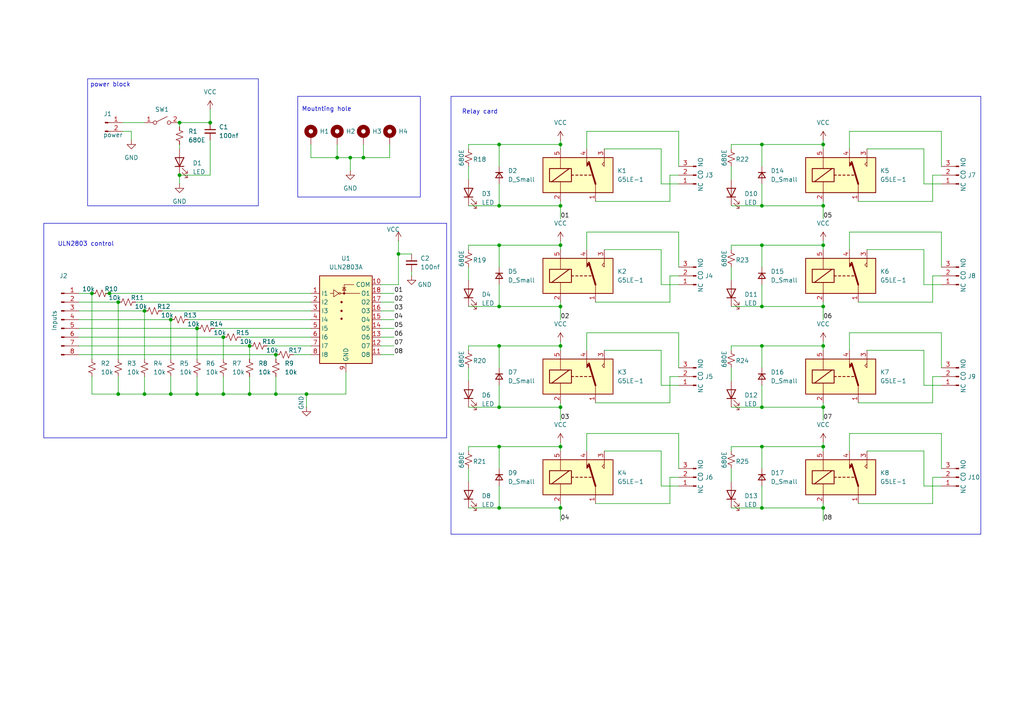
<source format=kicad_sch>
(kicad_sch (version 20250114) (generator "eeschema") (generator_version "9.0")
  (paper "A4")
  (lib_symbols
    (symbol "Connector:Conn_01x02_Pin" (pin_names (offset 1.016) (hide yes))
      (property "Reference" "J" (at 0 2.54 0))
      (property "Value" "Conn_01x02_Pin" (at 0 -5.08 0))
      (symbol "Conn_01x02_Pin_1_1"
        (pin passive line (at 5.08 0 180) (length 3.81) (name "Pin_1") (number "1"))
        (pin passive line (at 5.08 -2.54 180) (length 3.81) (name "Pin_2") (number "2"))
      )
    )
    (symbol "Connector:Conn_01x03_Pin" (pin_names (offset 1.016) (hide yes))
      (property "Reference" "J" (at 0 5.08 0))
      (property "Value" "Conn_01x03_Pin" (at 0 -5.08 0))
      (symbol "Conn_01x03_Pin_1_1"
        (pin passive line (at 5.08 2.54 180) (length 3.81) (name "Pin_1") (number "1"))
        (pin passive line (at 5.08 0 180) (length 3.81) (name "Pin_2") (number "2"))
        (pin passive line (at 5.08 -2.54 180) (length 3.81) (name "Pin_3") (number "3"))
      )
    )
    (symbol "Connector:Conn_01x08_Pin" (pin_names (offset 1.016) (hide yes))
      (property "Reference" "J" (at 0 10.16 0))
      (property "Value" "Conn_01x08_Pin" (at 0 -12.7 0))
      (symbol "Conn_01x08_Pin_1_1"
        (pin passive line (at 5.08 7.62 180) (length 3.81) (name "Pin_1") (number "1"))
        (pin passive line (at 5.08 5.08 180) (length 3.81) (name "Pin_2") (number "2"))
        (pin passive line (at 5.08 2.54 180) (length 3.81) (name "Pin_3") (number "3"))
        (pin passive line (at 5.08 0 180) (length 3.81) (name "Pin_4") (number "4"))
        (pin passive line (at 5.08 -2.54 180) (length 3.81) (name "Pin_5") (number "5"))
        (pin passive line (at 5.08 -5.08 180) (length 3.81) (name "Pin_6") (number "6"))
        (pin passive line (at 5.08 -7.62 180) (length 3.81) (name "Pin_7") (number "7"))
        (pin passive line (at 5.08 -10.16 180) (length 3.81) (name "Pin_8") (number "8"))
      )
    )
    (symbol "Device:C_Small" (pin_numbers (hide yes)) (pin_names (offset 0.254) (hide yes))
      (property "Reference" "C" (at 0.254 1.778 0))
      (property "Value" "C_Small" (at 0.254 -2.032 0))
      (symbol "C_Small_1_1"
        (pin passive line (at 0 2.54 270) (length 2.032) (name "~") (number "1"))
        (pin passive line (at 0 -2.54 90) (length 2.032) (name "~") (number "2"))
      )
    )
    (symbol "Device:D_Small" (pin_numbers (hide yes)) (pin_names (offset 0.254) (hide yes))
      (property "Reference" "D" (at -1.27 2.032 0))
      (property "Value" "D_Small" (at -3.81 -2.032 0))
      (symbol "D_Small_1_1"
        (pin passive line (at -2.54 0 0) (length 1.778) (name "K") (number "1"))
        (pin passive line (at 2.54 0 180) (length 1.778) (name "A") (number "2"))
      )
    )
    (symbol "Device:LED" (pin_numbers (hide yes)) (pin_names (offset 1.016) (hide yes))
      (property "Reference" "D" (at 0 2.54 0))
      (property "Value" "LED" (at 0 -2.54 0))
      (symbol "LED_1_1"
        (pin passive line (at -3.81 0 0) (length 2.54) (name "K") (number "1"))
        (pin passive line (at 3.81 0 180) (length 2.54) (name "A") (number "2"))
      )
    )
    (symbol "Device:R_Small_US" (pin_numbers (hide yes)) (pin_names (offset 0.254) (hide yes))
      (property "Reference" "R" (at 0.762 0.508 0))
      (property "Value" "R_Small_US" (at 0.762 -1.016 0))
      (symbol "R_Small_US_1_1"
        (pin passive line (at 0 2.54 270) (length 1.016) (name "~") (number "1"))
        (pin passive line (at 0 -2.54 90) (length 1.016) (name "~") (number "2"))
      )
    )
    (symbol "Mechanical:MountingHole_Pad" (pin_numbers (hide yes)) (pin_names (offset 1.016) (hide yes)) (in_bom no)
      (property "Reference" "H" (at 0 6.35 0))
      (property "Value" "MountingHole_Pad" (at 0 4.445 0))
      (symbol "MountingHole_Pad_1_1"
        (pin input line (at 0 -2.54 90) (length 2.54) (name "1") (number "1"))
      )
    )
    (symbol "Relay:G5LE-1"
      (property "Reference" "K" (at 11.43 3.81 0))
      (property "Value" "G5LE-1" (at 11.43 1.27 0))
      (symbol "G5LE-1_1_1"
        (pin passive line (at -5.08 7.62 270) (length 2.54) (name "~") (number "5"))
        (pin passive line (at -5.08 -7.62 90) (length 2.54) (name "~") (number "2"))
        (pin passive line (at 2.54 7.62 270) (length 2.54) (name "~") (number "4"))
        (pin passive line (at 5.08 -7.62 90) (length 2.54) (name "~") (number "1"))
        (pin passive line (at 7.62 7.62 270) (length 2.54) (name "~") (number "3"))
      )
    )
    (symbol "Switch:SW_SPST" (pin_names (offset 0) (hide yes))
      (property "Reference" "SW" (at 0 3.175 0))
      (property "Value" "SW_SPST" (at 0 -2.54 0))
      (symbol "SW_SPST_1_1"
        (pin passive line (at -5.08 0 0) (length 2.54) (name "A") (number "1"))
        (pin passive line (at 5.08 0 180) (length 2.54) (name "B") (number "2"))
      )
    )
    (symbol "Transistor_Array:ULN2803A"
      (property "Reference" "U" (at 0 13.335 0))
      (property "Value" "ULN2803A" (at 0 11.43 0))
      (symbol "ULN2803A_1_1"
        (pin input line (at -10.16 5.08 0) (length 2.54) (name "I1") (number "1"))
        (pin input line (at -10.16 2.54 0) (length 2.54) (name "I2") (number "2"))
        (pin input line (at -10.16 0 0) (length 2.54) (name "I3") (number "3"))
        (pin input line (at -10.16 -2.54 0) (length 2.54) (name "I4") (number "4"))
        (pin input line (at -10.16 -5.08 0) (length 2.54) (name "I5") (number "5"))
        (pin input line (at -10.16 -7.62 0) (length 2.54) (name "I6") (number "6"))
        (pin input line (at -10.16 -10.16 0) (length 2.54) (name "I7") (number "7"))
        (pin input line (at -10.16 -12.7 0) (length 2.54) (name "I8") (number "8"))
        (pin power_in line (at 0 -17.78 90) (length 2.54) (name "GND") (number "9"))
        (pin passive line (at 10.16 7.62 180) (length 2.54) (name "COM") (number "10"))
        (pin open_collector line (at 10.16 5.08 180) (length 2.54) (name "O1") (number "18"))
        (pin open_collector line (at 10.16 2.54 180) (length 2.54) (name "O2") (number "17"))
        (pin open_collector line (at 10.16 0 180) (length 2.54) (name "O3") (number "16"))
        (pin open_collector line (at 10.16 -2.54 180) (length 2.54) (name "O4") (number "15"))
        (pin open_collector line (at 10.16 -5.08 180) (length 2.54) (name "O5") (number "14"))
        (pin open_collector line (at 10.16 -7.62 180) (length 2.54) (name "O6") (number "13"))
        (pin open_collector line (at 10.16 -10.16 180) (length 2.54) (name "O7") (number "12"))
        (pin open_collector line (at 10.16 -12.7 180) (length 2.54) (name "O8") (number "11"))
      )
    )
    (symbol "power:GND" (power) (pin_numbers (hide yes)) (pin_names (offset 0) (hide yes))
      (property "Value" "GND" (at 0 -3.81 0))
      (symbol "GND_1_1"
        (pin power_in line (at 0 0 270) (length 0) (name "~") (number "1"))
      )
    )
    (symbol "power:VCC" (power) (pin_numbers (hide yes)) (pin_names (offset 0) (hide yes))
      (property "Value" "VCC" (at 0 3.556 0))
      (symbol "VCC_1_1"
        (pin power_in line (at 0 0 90) (length 0) (name "~") (number "1"))
      )
    )
  )
  (text "Relay card\n" (at 139.192 32.512 0) (effects (font (size 1.27 1.27))))
  (text "Moutnting hole\n\n" (at 94.742 32.766 0) (effects (font (size 1.27 1.27))))
  (text "power block\n" (at 32.004 24.638 0) (effects (font (size 1.27 1.27))))
  (text "ULN2803 control \n" (at 25.4 70.866 0) (effects (font (size 1.27 1.27))))
  (text_box "" (at 12.7 64.77 0) (size 116.84 62.23) (margins 0.9525 0.9525 0.9525 0.9525) (effects (font (size 1.27 1.27)) (justify left top)))
  (text_box "" (at 130.81 27.94 0) (size 153.67 127) (margins 0.9525 0.9525 0.9525 0.9525) (effects (font (size 1.27 1.27)) (justify left top)))
  (text_box "" (at 86.36 27.94 0) (size 35.56 29.21) (margins 0.9525 0.9525 0.9525 0.9525) (effects (font (size 1.27 1.27)) (justify left top)))
  (text_box "" (at 25.4 22.86 0) (size 49.53 36.83) (margins 0.9525 0.9525 0.9525 0.9525) (effects (font (size 1.27 1.27)) (justify left top)))
  (junction (at 52.07 35.56))
  (junction (at 238.76 100.33))
  (junction (at 162.56 147.32))
  (junction (at 238.76 147.32))
  (junction (at 238.76 71.12))
  (junction (at 64.77 114.3))
  (junction (at 220.98 129.54))
  (junction (at 41.91 90.17))
  (junction (at 49.53 114.3))
  (junction (at 144.78 100.33))
  (junction (at 88.9 114.3))
  (junction (at 72.39 114.3))
  (junction (at 144.78 88.9))
  (junction (at 238.76 129.54))
  (junction (at 162.56 71.12))
  (junction (at 162.56 59.69))
  (junction (at 220.98 100.33))
  (junction (at 41.91 114.3))
  (junction (at 220.98 59.69))
  (junction (at 144.78 71.12))
  (junction (at 220.98 71.12))
  (junction (at 64.77 97.79))
  (junction (at 26.67 85.09))
  (junction (at 162.56 100.33))
  (junction (at 220.98 41.91))
  (junction (at 80.01 114.3))
  (junction (at 60.96 35.56))
  (junction (at 31.75 85.09))
  (junction (at 162.56 41.91))
  (junction (at 101.6 45.72))
  (junction (at 144.78 118.11))
  (junction (at 238.76 41.91))
  (junction (at 220.98 147.32))
  (junction (at 144.78 129.54))
  (junction (at 220.98 118.11))
  (junction (at 49.53 92.71))
  (junction (at 57.15 95.25))
  (junction (at 115.57 73.66))
  (junction (at 97.79 45.72))
  (junction (at 34.29 87.63))
  (junction (at 238.76 59.69))
  (junction (at 80.01 102.87))
  (junction (at 220.98 88.9))
  (junction (at 57.15 114.3))
  (junction (at 162.56 118.11))
  (junction (at 162.56 88.9))
  (junction (at 144.78 41.91))
  (junction (at 52.07 50.8))
  (junction (at 105.41 45.72))
  (junction (at 144.78 147.32))
  (junction (at 162.56 129.54))
  (junction (at 238.76 118.11))
  (junction (at 72.39 100.33))
  (junction (at 238.76 88.9))
  (junction (at 144.78 59.69))
  (junction (at 34.29 114.3))
  (wire (pts (xy 238.76 100.33) (xy 238.76 101.6)))
  (wire (pts (xy 97.79 41.91) (xy 97.79 45.72)))
  (wire (pts (xy 170.18 96.52) (xy 196.85 96.52)))
  (wire (pts (xy 246.38 130.81) (xy 246.38 125.73)))
  (wire (pts (xy 144.78 129.54) (xy 162.56 129.54)))
  (wire (pts (xy 170.18 38.1) (xy 196.85 38.1)))
  (wire (pts (xy 60.96 40.64) (xy 60.96 50.8)))
  (wire (pts (xy 270.51 80.01) (xy 273.05 80.01)))
  (wire (pts (xy 220.98 71.12) (xy 238.76 71.12)))
  (wire (pts (xy 57.15 114.3) (xy 64.77 114.3)))
  (wire (pts (xy 162.56 118.11) (xy 162.56 121.92)))
  (wire (pts (xy 135.89 48.26) (xy 135.89 52.07)))
  (wire (pts (xy 238.76 116.84) (xy 238.76 118.11)))
  (wire (pts (xy 267.97 72.39) (xy 267.97 82.55)))
  (wire (pts (xy 220.98 41.91) (xy 238.76 41.91)))
  (wire (pts (xy 267.97 53.34) (xy 273.05 53.34)))
  (wire (pts (xy 267.97 140.97) (xy 273.05 140.97)))
  (wire (pts (xy 170.18 101.6) (xy 170.18 96.52)))
  (wire (pts (xy 246.38 67.31) (xy 273.05 67.31)))
  (wire (pts (xy 196.85 96.52) (xy 196.85 106.68)))
  (wire (pts (xy 162.56 58.42) (xy 162.56 59.69)))
  (wire (pts (xy 196.85 125.73) (xy 196.85 135.89)))
  (wire (pts (xy 220.98 106.68) (xy 220.98 100.33)))
  (wire (pts (xy 26.67 85.09) (xy 26.67 104.14)))
  (wire (pts (xy 248.92 146.05) (xy 270.51 146.05)))
  (wire (pts (xy 220.98 48.26) (xy 220.98 41.91)))
  (wire (pts (xy 175.26 43.18) (xy 191.77 43.18)))
  (wire (pts (xy 144.78 59.69) (xy 162.56 59.69)))
  (wire (pts (xy 194.31 80.01) (xy 196.85 80.01)))
  (wire (pts (xy 110.49 92.71) (xy 114.3 92.71)))
  (wire (pts (xy 119.38 78.74) (xy 119.38 80.01)))
  (wire (pts (xy 220.98 129.54) (xy 238.76 129.54)))
  (wire (pts (xy 196.85 67.31) (xy 196.85 77.47)))
  (wire (pts (xy 267.97 130.81) (xy 267.97 140.97)))
  (wire (pts (xy 212.09 118.11) (xy 220.98 118.11)))
  (wire (pts (xy 220.98 100.33) (xy 238.76 100.33)))
  (wire (pts (xy 220.98 111.76) (xy 220.98 118.11)))
  (wire (pts (xy 191.77 140.97) (xy 196.85 140.97)))
  (wire (pts (xy 191.77 101.6) (xy 191.77 111.76)))
  (wire (pts (xy 220.98 82.55) (xy 220.98 88.9)))
  (wire (pts (xy 46.99 90.17) (xy 90.17 90.17)))
  (wire (pts (xy 162.56 128.27) (xy 162.56 129.54)))
  (wire (pts (xy 212.09 71.12) (xy 220.98 71.12)))
  (wire (pts (xy 144.78 118.11) (xy 162.56 118.11)))
  (wire (pts (xy 270.51 50.8) (xy 273.05 50.8)))
  (wire (pts (xy 220.98 140.97) (xy 220.98 147.32)))
  (wire (pts (xy 22.86 85.09) (xy 26.67 85.09)))
  (wire (pts (xy 212.09 72.39) (xy 212.09 71.12)))
  (wire (pts (xy 52.07 41.91) (xy 52.07 43.18)))
  (wire (pts (xy 212.09 129.54) (xy 220.98 129.54)))
  (wire (pts (xy 88.9 114.3) (xy 88.9 118.11)))
  (wire (pts (xy 162.56 87.63) (xy 162.56 88.9)))
  (wire (pts (xy 162.56 100.33) (xy 162.56 101.6)))
  (wire (pts (xy 191.77 130.81) (xy 191.77 140.97)))
  (wire (pts (xy 110.49 95.25) (xy 114.3 95.25)))
  (wire (pts (xy 22.86 100.33) (xy 72.39 100.33)))
  (wire (pts (xy 212.09 101.6) (xy 212.09 100.33)))
  (wire (pts (xy 101.6 45.72) (xy 105.41 45.72)))
  (wire (pts (xy 212.09 59.69) (xy 220.98 59.69)))
  (wire (pts (xy 110.49 102.87) (xy 114.3 102.87)))
  (wire (pts (xy 246.38 43.18) (xy 246.38 38.1)))
  (wire (pts (xy 144.78 77.47) (xy 144.78 71.12)))
  (wire (pts (xy 80.01 102.87) (xy 80.01 104.14)))
  (wire (pts (xy 31.75 85.09) (xy 90.17 85.09)))
  (wire (pts (xy 162.56 147.32) (xy 162.56 151.13)))
  (wire (pts (xy 144.78 48.26) (xy 144.78 41.91)))
  (wire (pts (xy 135.89 147.32) (xy 144.78 147.32)))
  (wire (pts (xy 170.18 125.73) (xy 196.85 125.73)))
  (wire (pts (xy 162.56 71.12) (xy 162.56 72.39)))
  (wire (pts (xy 238.76 128.27) (xy 238.76 129.54)))
  (wire (pts (xy 34.29 114.3) (xy 41.91 114.3)))
  (wire (pts (xy 238.76 99.06) (xy 238.76 100.33)))
  (wire (pts (xy 162.56 59.69) (xy 162.56 63.5)))
  (wire (pts (xy 270.51 146.05) (xy 270.51 138.43)))
  (wire (pts (xy 72.39 109.22) (xy 72.39 114.3)))
  (wire (pts (xy 113.03 45.72) (xy 113.03 41.91)))
  (wire (pts (xy 34.29 87.63) (xy 34.29 104.14)))
  (wire (pts (xy 212.09 147.32) (xy 220.98 147.32)))
  (wire (pts (xy 246.38 72.39) (xy 246.38 67.31)))
  (wire (pts (xy 212.09 130.81) (xy 212.09 129.54)))
  (wire (pts (xy 220.98 59.69) (xy 238.76 59.69)))
  (wire (pts (xy 170.18 67.31) (xy 196.85 67.31)))
  (wire (pts (xy 64.77 109.22) (xy 64.77 114.3)))
  (wire (pts (xy 41.91 114.3) (xy 49.53 114.3)))
  (wire (pts (xy 135.89 71.12) (xy 144.78 71.12)))
  (wire (pts (xy 238.76 87.63) (xy 238.76 88.9)))
  (wire (pts (xy 60.96 31.75) (xy 60.96 35.56)))
  (wire (pts (xy 270.51 87.63) (xy 270.51 80.01)))
  (wire (pts (xy 162.56 41.91) (xy 162.56 43.18)))
  (wire (pts (xy 194.31 146.05) (xy 194.31 138.43)))
  (wire (pts (xy 238.76 88.9) (xy 238.76 92.71)))
  (wire (pts (xy 69.85 97.79) (xy 90.17 97.79)))
  (wire (pts (xy 49.53 114.3) (xy 57.15 114.3)))
  (wire (pts (xy 26.67 109.22) (xy 26.67 114.3)))
  (wire (pts (xy 64.77 114.3) (xy 72.39 114.3)))
  (wire (pts (xy 191.77 53.34) (xy 196.85 53.34)))
  (wire (pts (xy 212.09 41.91) (xy 220.98 41.91)))
  (wire (pts (xy 110.49 90.17) (xy 114.3 90.17)))
  (wire (pts (xy 77.47 100.33) (xy 90.17 100.33)))
  (wire (pts (xy 251.46 43.18) (xy 267.97 43.18)))
  (wire (pts (xy 110.49 97.79) (xy 114.3 97.79)))
  (wire (pts (xy 191.77 72.39) (xy 191.77 82.55)))
  (wire (pts (xy 72.39 100.33) (xy 72.39 104.14)))
  (wire (pts (xy 22.86 87.63) (xy 34.29 87.63)))
  (wire (pts (xy 246.38 125.73) (xy 273.05 125.73)))
  (wire (pts (xy 39.37 87.63) (xy 90.17 87.63)))
  (wire (pts (xy 135.89 101.6) (xy 135.89 100.33)))
  (wire (pts (xy 248.92 58.42) (xy 270.51 58.42)))
  (wire (pts (xy 270.51 116.84) (xy 270.51 109.22)))
  (wire (pts (xy 170.18 72.39) (xy 170.18 67.31)))
  (wire (pts (xy 135.89 130.81) (xy 135.89 129.54)))
  (wire (pts (xy 88.9 114.3) (xy 80.01 114.3)))
  (wire (pts (xy 270.51 138.43) (xy 273.05 138.43)))
  (wire (pts (xy 246.38 101.6) (xy 246.38 96.52)))
  (wire (pts (xy 144.78 106.68) (xy 144.78 100.33)))
  (wire (pts (xy 57.15 109.22) (xy 57.15 114.3)))
  (wire (pts (xy 273.05 38.1) (xy 273.05 48.26)))
  (wire (pts (xy 144.78 100.33) (xy 162.56 100.33)))
  (wire (pts (xy 267.97 82.55) (xy 273.05 82.55)))
  (wire (pts (xy 248.92 87.63) (xy 270.51 87.63)))
  (wire (pts (xy 220.98 147.32) (xy 238.76 147.32)))
  (wire (pts (xy 105.41 45.72) (xy 113.03 45.72)))
  (wire (pts (xy 220.98 77.47) (xy 220.98 71.12)))
  (wire (pts (xy 135.89 118.11) (xy 144.78 118.11)))
  (wire (pts (xy 22.86 95.25) (xy 57.15 95.25)))
  (wire (pts (xy 41.91 109.22) (xy 41.91 114.3)))
  (wire (pts (xy 273.05 96.52) (xy 273.05 106.68)))
  (wire (pts (xy 191.77 82.55) (xy 196.85 82.55)))
  (wire (pts (xy 162.56 88.9) (xy 162.56 92.71)))
  (wire (pts (xy 144.78 147.32) (xy 162.56 147.32)))
  (wire (pts (xy 115.57 82.55) (xy 110.49 82.55)))
  (wire (pts (xy 162.56 116.84) (xy 162.56 118.11)))
  (wire (pts (xy 212.09 100.33) (xy 220.98 100.33)))
  (wire (pts (xy 220.98 135.89) (xy 220.98 129.54)))
  (wire (pts (xy 212.09 88.9) (xy 220.98 88.9)))
  (wire (pts (xy 144.78 140.97) (xy 144.78 147.32)))
  (wire (pts (xy 52.07 35.56) (xy 60.96 35.56)))
  (wire (pts (xy 115.57 69.85) (xy 115.57 73.66)))
  (wire (pts (xy 49.53 109.22) (xy 49.53 114.3)))
  (wire (pts (xy 64.77 97.79) (xy 64.77 104.14)))
  (wire (pts (xy 144.78 135.89) (xy 144.78 129.54)))
  (wire (pts (xy 175.26 72.39) (xy 191.77 72.39)))
  (wire (pts (xy 238.76 41.91) (xy 238.76 43.18)))
  (wire (pts (xy 38.1 38.1) (xy 38.1 40.64)))
  (wire (pts (xy 238.76 59.69) (xy 238.76 63.5)))
  (wire (pts (xy 273.05 67.31) (xy 273.05 77.47)))
  (wire (pts (xy 238.76 146.05) (xy 238.76 147.32)))
  (wire (pts (xy 100.33 114.3) (xy 88.9 114.3)))
  (wire (pts (xy 90.17 41.91) (xy 90.17 45.72)))
  (wire (pts (xy 35.56 35.56) (xy 41.91 35.56)))
  (wire (pts (xy 220.98 118.11) (xy 238.76 118.11)))
  (wire (pts (xy 135.89 43.18) (xy 135.89 41.91)))
  (wire (pts (xy 246.38 38.1) (xy 273.05 38.1)))
  (wire (pts (xy 172.72 87.63) (xy 194.31 87.63)))
  (wire (pts (xy 135.89 59.69) (xy 144.78 59.69)))
  (wire (pts (xy 212.09 135.89) (xy 212.09 139.7)))
  (wire (pts (xy 110.49 100.33) (xy 114.3 100.33)))
  (wire (pts (xy 135.89 88.9) (xy 144.78 88.9)))
  (wire (pts (xy 270.51 109.22) (xy 273.05 109.22)))
  (wire (pts (xy 212.09 48.26) (xy 212.09 52.07)))
  (wire (pts (xy 144.78 82.55) (xy 144.78 88.9)))
  (wire (pts (xy 49.53 92.71) (xy 49.53 104.14)))
  (wire (pts (xy 267.97 111.76) (xy 273.05 111.76)))
  (wire (pts (xy 105.41 41.91) (xy 105.41 45.72)))
  (wire (pts (xy 175.26 130.81) (xy 191.77 130.81)))
  (wire (pts (xy 101.6 45.72) (xy 101.6 49.53)))
  (wire (pts (xy 135.89 72.39) (xy 135.89 71.12)))
  (wire (pts (xy 52.07 50.8) (xy 52.07 53.34)))
  (wire (pts (xy 26.67 114.3) (xy 34.29 114.3)))
  (wire (pts (xy 41.91 90.17) (xy 41.91 104.14)))
  (wire (pts (xy 162.56 146.05) (xy 162.56 147.32)))
  (wire (pts (xy 238.76 71.12) (xy 238.76 72.39)))
  (wire (pts (xy 144.78 53.34) (xy 144.78 59.69)))
  (wire (pts (xy 22.86 90.17) (xy 41.91 90.17)))
  (wire (pts (xy 194.31 138.43) (xy 196.85 138.43)))
  (wire (pts (xy 172.72 146.05) (xy 194.31 146.05)))
  (wire (pts (xy 57.15 95.25) (xy 57.15 104.14)))
  (wire (pts (xy 54.61 92.71) (xy 90.17 92.71)))
  (wire (pts (xy 220.98 53.34) (xy 220.98 59.69)))
  (wire (pts (xy 135.89 41.91) (xy 144.78 41.91)))
  (wire (pts (xy 196.85 38.1) (xy 196.85 48.26)))
  (wire (pts (xy 90.17 45.72) (xy 97.79 45.72)))
  (wire (pts (xy 191.77 43.18) (xy 191.77 53.34)))
  (wire (pts (xy 110.49 85.09) (xy 114.3 85.09)))
  (wire (pts (xy 135.89 129.54) (xy 144.78 129.54)))
  (wire (pts (xy 194.31 50.8) (xy 196.85 50.8)))
  (wire (pts (xy 194.31 109.22) (xy 196.85 109.22)))
  (wire (pts (xy 144.78 88.9) (xy 162.56 88.9)))
  (wire (pts (xy 248.92 116.84) (xy 270.51 116.84)))
  (wire (pts (xy 191.77 111.76) (xy 196.85 111.76)))
  (wire (pts (xy 162.56 69.85) (xy 162.56 71.12)))
  (wire (pts (xy 270.51 58.42) (xy 270.51 50.8)))
  (wire (pts (xy 52.07 35.56) (xy 52.07 36.83)))
  (wire (pts (xy 170.18 130.81) (xy 170.18 125.73)))
  (wire (pts (xy 22.86 92.71) (xy 49.53 92.71)))
  (wire (pts (xy 194.31 58.42) (xy 194.31 50.8)))
  (wire (pts (xy 144.78 41.91) (xy 162.56 41.91)))
  (wire (pts (xy 246.38 96.52) (xy 273.05 96.52)))
  (wire (pts (xy 212.09 43.18) (xy 212.09 41.91)))
  (wire (pts (xy 273.05 125.73) (xy 273.05 135.89)))
  (wire (pts (xy 170.18 43.18) (xy 170.18 38.1)))
  (wire (pts (xy 72.39 114.3) (xy 80.01 114.3)))
  (wire (pts (xy 238.76 58.42) (xy 238.76 59.69)))
  (wire (pts (xy 135.89 106.68) (xy 135.89 110.49)))
  (wire (pts (xy 110.49 87.63) (xy 114.3 87.63)))
  (wire (pts (xy 144.78 71.12) (xy 162.56 71.12)))
  (wire (pts (xy 34.29 109.22) (xy 34.29 114.3)))
  (wire (pts (xy 135.89 135.89) (xy 135.89 139.7)))
  (wire (pts (xy 251.46 101.6) (xy 267.97 101.6)))
  (wire (pts (xy 194.31 87.63) (xy 194.31 80.01)))
  (wire (pts (xy 251.46 130.81) (xy 267.97 130.81)))
  (wire (pts (xy 100.33 107.95) (xy 100.33 114.3)))
  (wire (pts (xy 162.56 40.64) (xy 162.56 41.91)))
  (wire (pts (xy 238.76 40.64) (xy 238.76 41.91)))
  (wire (pts (xy 172.72 58.42) (xy 194.31 58.42)))
  (wire (pts (xy 212.09 77.47) (xy 212.09 81.28)))
  (wire (pts (xy 212.09 106.68) (xy 212.09 110.49)))
  (wire (pts (xy 162.56 129.54) (xy 162.56 130.81)))
  (wire (pts (xy 175.26 101.6) (xy 191.77 101.6)))
  (wire (pts (xy 238.76 147.32) (xy 238.76 151.13)))
  (wire (pts (xy 135.89 77.47) (xy 135.89 81.28)))
  (wire (pts (xy 144.78 111.76) (xy 144.78 118.11)))
  (wire (pts (xy 220.98 88.9) (xy 238.76 88.9)))
  (wire (pts (xy 162.56 99.06) (xy 162.56 100.33)))
  (wire (pts (xy 22.86 102.87) (xy 80.01 102.87)))
  (wire (pts (xy 267.97 43.18) (xy 267.97 53.34)))
  (wire (pts (xy 85.09 102.87) (xy 90.17 102.87)))
  (wire (pts (xy 172.72 116.84) (xy 194.31 116.84)))
  (wire (pts (xy 238.76 118.11) (xy 238.76 121.92)))
  (wire (pts (xy 238.76 69.85) (xy 238.76 71.12)))
  (wire (pts (xy 22.86 97.79) (xy 64.77 97.79)))
  (wire (pts (xy 115.57 73.66) (xy 119.38 73.66)))
  (wire (pts (xy 35.56 38.1) (xy 38.1 38.1)))
  (wire (pts (xy 80.01 109.22) (xy 80.01 114.3)))
  (wire (pts (xy 115.57 73.66) (xy 115.57 82.55)))
  (wire (pts (xy 194.31 116.84) (xy 194.31 109.22)))
  (wire (pts (xy 30.48 85.09) (xy 31.75 85.09)))
  (wire (pts (xy 267.97 101.6) (xy 267.97 111.76)))
  (wire (pts (xy 251.46 72.39) (xy 267.97 72.39)))
  (wire (pts (xy 97.79 45.72) (xy 101.6 45.72)))
  (wire (pts (xy 135.89 100.33) (xy 144.78 100.33)))
  (wire (pts (xy 62.23 95.25) (xy 90.17 95.25)))
  (wire (pts (xy 60.96 35.56) (xy 60.96 36.83)))
  (wire (pts (xy 60.96 50.8) (xy 52.07 50.8)))
  (wire (pts (xy 238.76 129.54) (xy 238.76 130.81)))
  (label "07" (at 238.76 121.92 0))
  (label "05" (at 114.3 95.25 0))
  (label "02" (at 114.3 87.63 0))
  (label "06" (at 114.3 97.79 0))
  (label "07" (at 114.3 100.33 0))
  (label "04" (at 114.3 92.71 0))
  (label "02" (at 162.56 92.71 0))
  (label "05" (at 238.76 63.5 0))
  (label "03" (at 162.56 121.92 0))
  (label "08" (at 114.3 102.87 0))
  (label "01" (at 114.3 85.09 0))
  (label "06" (at 238.76 92.71 0))
  (label "08" (at 238.76 151.13 0))
  (label "04" (at 162.56 151.13 0))
  (label "03" (at 114.3 90.17 0))
  (label "01" (at 162.56 63.5 0))
  (symbol (lib_id "power:VCC") (at 162.56 128.27 0) (unit 1)
    (property "Reference" "#PWR010" (effects (hide yes)))
    (property "Value" "VCC" (at 162.56 123.19 0))
    (property "Description" "Power symbol creates a global label with name \"VCC\"" (effects (hide yes)))
  )
  (symbol (lib_id "Device:D_Small") (at 220.98 109.22 270) (unit 1)
    (property "Reference" "D16" (at 223.52 107.9499 90) (effects (justify left)))
    (property "Value" "D_Small" (at 223.52 110.4899 90) (effects (justify left)))
    (property "Footprint" "Diode_SMD:D_1206_3216Metric" (effects (hide yes)))
    (property "Description" "Diode, small symbol" (effects (hide yes)))
    (property "Sim.Device" "D" (effects (hide yes)))
    (property "Sim.Pins" "1=K 2=A" (effects (hide yes)))
  )
  (symbol (lib_id "Relay:G5LE-1") (at 243.84 80.01 0) (unit 1)
    (property "Reference" "K6" (at 255.27 78.7399 0) (effects (justify left)))
    (property "Value" "G5LE-1" (at 255.27 81.2799 0) (effects (justify left)))
    (property "Footprint" "Relay_THT:Relay_SPDT_Omron-G5LE-1" (effects (hide yes)))
    (property "Datasheet" "http://www.omron.com/ecb/products/pdf/en-g5le.pdf" (effects (hide yes)))
    (property "Description" "Omron G5LE relay, Miniature Single Pole, SPDT, 10A" (effects (hide yes)))
  )
  (symbol (lib_id "Mechanical:MountingHole_Pad") (at 97.79 39.37 0) (unit 1) (in_bom no)
    (property "Reference" "H2" (at 100.33 38.0999 0) (effects (justify left)))
    (property "Value" "MountingHole_Pad" (effects (hide yes)))
    (property "Footprint" "MountingHole:MountingHole_2.5mm_Pad_Via" (effects (hide yes)))
    (property "Description" "Mounting Hole with connection" (effects (hide yes)))
  )
  (symbol (lib_id "Device:R_Small_US") (at 44.45 90.17 90) (unit 1)
    (property "Reference" "R12" (at 47.498 88.9 90))
    (property "Value" "10k" (at 40.894 88.9 90))
    (property "Footprint" "Resistor_SMD:R_0805_2012Metric" (effects (hide yes)))
    (property "Description" "Resistor, small US symbol" (effects (hide yes)))
  )
  (symbol (lib_id "Connector:Conn_01x03_Pin") (at 278.13 80.01 180) (unit 1)
    (property "Reference" "J8" (at 280.67 80.01 0) (effects (justify right)))
    (property "Value" "NC CO NO" (at 279.4 84.836 90) (effects (justify right)))
    (property "Footprint" "Connector_JST:JST_NV_B03P-NV_1x03_P5.00mm_Vertical" (effects (hide yes)))
    (property "Description" "Generic connector, single row, 01x03, script generated" (effects (hide yes)))
  )
  (symbol (lib_id "power:VCC") (at 162.56 40.64 0) (unit 1)
    (property "Reference" "#PWR07" (effects (hide yes)))
    (property "Value" "VCC" (at 162.56 35.56 0))
    (property "Description" "Power symbol creates a global label with name \"VCC\"" (effects (hide yes)))
  )
  (symbol (lib_id "Transistor_Array:ULN2803A") (at 100.33 90.17 0) (unit 1)
    (property "Reference" "U1" (at 100.33 74.93 0))
    (property "Value" "ULN2803A" (at 100.33 77.47 0))
    (property "Footprint" "Package_DIP:DIP-18_W7.62mm_LongPads" (effects (hide yes)))
    (property "Datasheet" "http://www.ti.com/lit/ds/symlink/uln2803a.pdf" (effects (hide yes)))
    (property "Description" "Darlington Transistor Arrays, SOIC18/DIP18" (effects (hide yes)))
  )
  (symbol (lib_id "Device:LED") (at 212.09 85.09 90) (unit 1)
    (property "Reference" "D11" (at 215.9 85.4074 90) (effects (justify right)))
    (property "Value" "LED" (at 215.9 87.9474 90) (effects (justify right)))
    (property "Footprint" "LED_SMD:LED_1206_3216Metric" (effects (hide yes)))
    (property "Description" "Light emitting diode" (effects (hide yes)))
    (property "Sim.Pins" "1=K 2=A" (effects (hide yes)))
  )
  (symbol (lib_id "power:VCC") (at 238.76 128.27 0) (unit 1)
    (property "Reference" "#PWR014" (effects (hide yes)))
    (property "Value" "VCC" (at 238.76 123.19 0))
    (property "Description" "Power symbol creates a global label with name \"VCC\"" (effects (hide yes)))
  )
  (symbol (lib_id "Switch:SW_SPST") (at 46.99 35.56 0) (unit 1)
    (property "Reference" "SW1" (at 46.99 31.75 0))
    (property "Value" "SW_SPST" (effects (hide yes)))
    (property "Footprint" "Button_Switch_SMD:SW_DIP_SPSTx01_Slide_6.7x4.1mm_W8.61mm_P2.54mm_LowProfile" (effects (hide yes)))
    (property "Description" "Single Pole Single Throw (SPST) switch" (effects (hide yes)))
  )
  (symbol (lib_id "Device:R_Small_US") (at 49.53 106.68 0) (unit 1)
    (property "Reference" "R5" (at 52.07 105.4099 0) (effects (justify left)))
    (property "Value" "10k" (at 52.07 107.9499 0) (effects (justify left)))
    (property "Footprint" "Resistor_SMD:R_0805_2012Metric" (effects (hide yes)))
    (property "Description" "Resistor, small US symbol" (effects (hide yes)))
  )
  (symbol (lib_id "Device:D_Small") (at 144.78 138.43 270) (unit 1)
    (property "Reference" "D9" (at 147.32 137.1599 90) (effects (justify left)))
    (property "Value" "D_Small" (at 147.32 139.6999 90) (effects (justify left)))
    (property "Footprint" "Diode_SMD:D_1206_3216Metric" (effects (hide yes)))
    (property "Description" "Diode, small symbol" (effects (hide yes)))
    (property "Sim.Device" "D" (effects (hide yes)))
    (property "Sim.Pins" "1=K 2=A" (effects (hide yes)))
  )
  (symbol (lib_id "Device:R_Small_US") (at 52.07 39.37 0) (unit 1)
    (property "Reference" "R1" (at 54.61 38.0999 0) (effects (justify left)))
    (property "Value" "680E" (at 54.61 40.6399 0) (effects (justify left)))
    (property "Footprint" "Resistor_SMD:R_0805_2012Metric" (effects (hide yes)))
    (property "Description" "Resistor, small US symbol" (effects (hide yes)))
  )
  (symbol (lib_id "power:VCC") (at 115.57 69.85 0) (unit 1)
    (property "Reference" "#PWR05" (effects (hide yes)))
    (property "Value" "VCC" (at 114.046 66.548 0))
    (property "Description" "Power symbol creates a global label with name \"VCC\"" (effects (hide yes)))
  )
  (symbol (lib_id "Device:R_Small_US") (at 34.29 106.68 0) (unit 1)
    (property "Reference" "R3" (at 36.83 105.4099 0) (effects (justify left)))
    (property "Value" "10k" (at 36.83 107.9499 0) (effects (justify left)))
    (property "Footprint" "Resistor_SMD:R_0805_2012Metric" (effects (hide yes)))
    (property "Description" "Resistor, small US symbol" (effects (hide yes)))
  )
  (symbol (lib_id "power:GND") (at 119.38 80.01 0) (unit 1)
    (property "Reference" "#PWR06" (effects (hide yes)))
    (property "Value" "GND" (at 123.19 82.55 0))
    (property "Description" "Power symbol creates a global label with name \"GND\" , ground" (effects (hide yes)))
  )
  (symbol (lib_id "Device:LED") (at 135.89 114.3 90) (unit 1)
    (property "Reference" "D6" (at 139.7 114.6174 90) (effects (justify right)))
    (property "Value" "LED" (at 139.7 117.1574 90) (effects (justify right)))
    (property "Footprint" "LED_SMD:LED_1206_3216Metric" (effects (hide yes)))
    (property "Description" "Light emitting diode" (effects (hide yes)))
    (property "Sim.Pins" "1=K 2=A" (effects (hide yes)))
  )
  (symbol (lib_id "Connector:Conn_01x03_Pin") (at 201.93 109.22 180) (unit 1)
    (property "Reference" "J5" (at 204.47 109.22 0) (effects (justify right)))
    (property "Value" "NC CO NO" (at 203.2 114.046 90) (effects (justify right)))
    (property "Footprint" "Connector_JST:JST_NV_B03P-NV_1x03_P5.00mm_Vertical" (effects (hide yes)))
    (property "Description" "Generic connector, single row, 01x03, script generated" (effects (hide yes)))
  )
  (symbol (lib_id "Connector:Conn_01x03_Pin") (at 201.93 80.01 180) (unit 1)
    (property "Reference" "J4" (at 204.47 80.01 0) (effects (justify right)))
    (property "Value" "NC CO NO" (at 203.2 84.836 90) (effects (justify right)))
    (property "Footprint" "Connector_JST:JST_NV_B03P-NV_1x03_P5.00mm_Vertical" (effects (hide yes)))
    (property "Description" "Generic connector, single row, 01x03, script generated" (effects (hide yes)))
  )
  (symbol (lib_id "Device:D_Small") (at 144.78 109.22 270) (unit 1)
    (property "Reference" "D7" (at 147.32 107.9499 90) (effects (justify left)))
    (property "Value" "D_Small" (at 147.32 110.4899 90) (effects (justify left)))
    (property "Footprint" "Diode_SMD:D_1206_3216Metric" (effects (hide yes)))
    (property "Description" "Diode, small symbol" (effects (hide yes)))
    (property "Sim.Device" "D" (effects (hide yes)))
    (property "Sim.Pins" "1=K 2=A" (effects (hide yes)))
  )
  (symbol (lib_id "Device:D_Small") (at 220.98 138.43 270) (unit 1)
    (property "Reference" "D17" (at 223.52 137.1599 90) (effects (justify left)))
    (property "Value" "D_Small" (at 223.52 139.6999 90) (effects (justify left)))
    (property "Footprint" "Diode_SMD:D_1206_3216Metric" (effects (hide yes)))
    (property "Description" "Diode, small symbol" (effects (hide yes)))
    (property "Sim.Device" "D" (effects (hide yes)))
    (property "Sim.Pins" "1=K 2=A" (effects (hide yes)))
  )
  (symbol (lib_id "Device:D_Small") (at 144.78 80.01 270) (unit 1)
    (property "Reference" "D5" (at 147.32 78.7399 90) (effects (justify left)))
    (property "Value" "D_Small" (at 147.32 81.2799 90) (effects (justify left)))
    (property "Footprint" "Diode_SMD:D_1206_3216Metric" (effects (hide yes)))
    (property "Description" "Diode, small symbol" (effects (hide yes)))
    (property "Sim.Device" "D" (effects (hide yes)))
    (property "Sim.Pins" "1=K 2=A" (effects (hide yes)))
  )
  (symbol (lib_id "power:VCC") (at 162.56 99.06 0) (unit 1)
    (property "Reference" "#PWR09" (effects (hide yes)))
    (property "Value" "VCC" (at 162.56 93.98 0))
    (property "Description" "Power symbol creates a global label with name \"VCC\"" (effects (hide yes)))
  )
  (symbol (lib_id "power:GND") (at 52.07 53.34 0) (unit 1)
    (property "Reference" "#PWR02" (effects (hide yes)))
    (property "Value" "GND" (at 52.07 58.42 0))
    (property "Description" "Power symbol creates a global label with name \"GND\" , ground" (effects (hide yes)))
  )
  (symbol (lib_id "Device:R_Small_US") (at 80.01 106.68 0) (unit 1)
    (property "Reference" "R9" (at 82.55 105.4099 0) (effects (justify left)))
    (property "Value" "10k" (at 82.55 107.9499 0) (effects (justify left)))
    (property "Footprint" "Resistor_SMD:R_0805_2012Metric" (effects (hide yes)))
    (property "Description" "Resistor, small US symbol" (effects (hide yes)))
  )
  (symbol (lib_id "Device:R_Small_US") (at 212.09 74.93 0) (unit 1)
    (property "Reference" "R23" (at 213.36 75.438 0) (effects (justify left)))
    (property "Value" "680E" (at 210.058 77.47 90) (effects (justify left)))
    (property "Footprint" "Resistor_SMD:R_0805_2012Metric" (effects (hide yes)))
    (property "Description" "Resistor, small US symbol" (effects (hide yes)))
  )
  (symbol (lib_id "Relay:G5LE-1") (at 167.64 109.22 0) (unit 1)
    (property "Reference" "K3" (at 179.07 107.9499 0) (effects (justify left)))
    (property "Value" "G5LE-1" (at 179.07 110.4899 0) (effects (justify left)))
    (property "Footprint" "Relay_THT:Relay_SPDT_Omron-G5LE-1" (effects (hide yes)))
    (property "Datasheet" "http://www.omron.com/ecb/products/pdf/en-g5le.pdf" (effects (hide yes)))
    (property "Description" "Omron G5LE relay, Miniature Single Pole, SPDT, 10A" (effects (hide yes)))
  )
  (symbol (lib_id "Relay:G5LE-1") (at 243.84 50.8 0) (unit 1)
    (property "Reference" "K5" (at 255.27 49.5299 0) (effects (justify left)))
    (property "Value" "G5LE-1" (at 255.27 52.0699 0) (effects (justify left)))
    (property "Footprint" "Relay_THT:Relay_SPDT_Omron-G5LE-1" (effects (hide yes)))
    (property "Datasheet" "http://www.omron.com/ecb/products/pdf/en-g5le.pdf" (effects (hide yes)))
    (property "Description" "Omron G5LE relay, Miniature Single Pole, SPDT, 10A" (effects (hide yes)))
  )
  (symbol (lib_id "Device:LED") (at 212.09 143.51 90) (unit 1)
    (property "Reference" "D13" (at 215.9 143.8274 90) (effects (justify right)))
    (property "Value" "LED" (at 215.9 146.3674 90) (effects (justify right)))
    (property "Footprint" "LED_SMD:LED_1206_3216Metric" (effects (hide yes)))
    (property "Description" "Light emitting diode" (effects (hide yes)))
    (property "Sim.Pins" "1=K 2=A" (effects (hide yes)))
  )
  (symbol (lib_id "Connector:Conn_01x02_Pin") (at 30.48 35.56 0) (unit 1)
    (property "Reference" "J1" (at 31.242 33.02 0))
    (property "Value" "power" (at 32.766 39.116 0))
    (property "Footprint" "Connector_JST:JST_NV_B02P-NV_1x02_P5.00mm_Vertical" (effects (hide yes)))
    (property "Description" "Generic connector, single row, 01x02, script generated" (effects (hide yes)))
  )
  (symbol (lib_id "Device:R_Small_US") (at 57.15 106.68 0) (unit 1)
    (property "Reference" "R6" (at 59.69 105.4099 0) (effects (justify left)))
    (property "Value" "10k" (at 59.69 107.9499 0) (effects (justify left)))
    (property "Footprint" "Resistor_SMD:R_0805_2012Metric" (effects (hide yes)))
    (property "Description" "Resistor, small US symbol" (effects (hide yes)))
  )
  (symbol (lib_id "Device:LED") (at 212.09 55.88 90) (unit 1)
    (property "Reference" "D10" (at 215.9 56.1974 90) (effects (justify right)))
    (property "Value" "LED" (at 215.9 58.7374 90) (effects (justify right)))
    (property "Footprint" "LED_SMD:LED_1206_3216Metric" (effects (hide yes)))
    (property "Description" "Light emitting diode" (effects (hide yes)))
    (property "Sim.Pins" "1=K 2=A" (effects (hide yes)))
  )
  (symbol (lib_id "Device:R_Small_US") (at 212.09 104.14 0) (unit 1)
    (property "Reference" "R24" (at 213.36 104.648 0) (effects (justify left)))
    (property "Value" "680E" (at 210.058 106.68 90) (effects (justify left)))
    (property "Footprint" "Resistor_SMD:R_0805_2012Metric" (effects (hide yes)))
    (property "Description" "Resistor, small US symbol" (effects (hide yes)))
  )
  (symbol (lib_id "Device:LED") (at 135.89 85.09 90) (unit 1)
    (property "Reference" "D4" (at 139.7 85.4074 90) (effects (justify right)))
    (property "Value" "LED" (at 139.7 87.9474 90) (effects (justify right)))
    (property "Footprint" "LED_SMD:LED_1206_3216Metric" (effects (hide yes)))
    (property "Description" "Light emitting diode" (effects (hide yes)))
    (property "Sim.Pins" "1=K 2=A" (effects (hide yes)))
  )
  (symbol (lib_id "Device:R_Small_US") (at 41.91 106.68 0) (unit 1)
    (property "Reference" "R4" (at 44.45 105.4099 0) (effects (justify left)))
    (property "Value" "10k" (at 44.45 107.9499 0) (effects (justify left)))
    (property "Footprint" "Resistor_SMD:R_0805_2012Metric" (effects (hide yes)))
    (property "Description" "Resistor, small US symbol" (effects (hide yes)))
  )
  (symbol (lib_id "Device:R_Small_US") (at 29.21 85.09 90) (unit 1)
    (property "Reference" "R10" (at 32.258 83.82 90))
    (property "Value" "10k" (at 25.654 83.82 90))
    (property "Footprint" "Resistor_SMD:R_0805_2012Metric" (effects (hide yes)))
    (property "Description" "Resistor, small US symbol" (effects (hide yes)))
  )
  (symbol (lib_id "Device:R_Small_US") (at 212.09 45.72 0) (unit 1)
    (property "Reference" "R22" (at 213.36 46.228 0) (effects (justify left)))
    (property "Value" "680E" (at 210.058 48.26 90) (effects (justify left)))
    (property "Footprint" "Resistor_SMD:R_0805_2012Metric" (effects (hide yes)))
    (property "Description" "Resistor, small US symbol" (effects (hide yes)))
  )
  (symbol (lib_id "Connector:Conn_01x03_Pin") (at 278.13 138.43 180) (unit 1)
    (property "Reference" "J10" (at 280.67 138.43 0) (effects (justify right)))
    (property "Value" "NC CO NO" (at 279.4 143.256 90) (effects (justify right)))
    (property "Footprint" "Connector_JST:JST_NV_B03P-NV_1x03_P5.00mm_Vertical" (effects (hide yes)))
    (property "Description" "Generic connector, single row, 01x03, script generated" (effects (hide yes)))
  )
  (symbol (lib_id "Relay:G5LE-1") (at 167.64 138.43 0) (unit 1)
    (property "Reference" "K4" (at 179.07 137.1599 0) (effects (justify left)))
    (property "Value" "G5LE-1" (at 179.07 139.6999 0) (effects (justify left)))
    (property "Footprint" "Relay_THT:Relay_SPDT_Omron-G5LE-1" (effects (hide yes)))
    (property "Datasheet" "http://www.omron.com/ecb/products/pdf/en-g5le.pdf" (effects (hide yes)))
    (property "Description" "Omron G5LE relay, Miniature Single Pole, SPDT, 10A" (effects (hide yes)))
  )
  (symbol (lib_id "power:GND") (at 38.1 40.64 0) (unit 1)
    (property "Reference" "#PWR01" (effects (hide yes)))
    (property "Value" "GND" (at 38.1 45.72 0))
    (property "Description" "Power symbol creates a global label with name \"GND\" , ground" (effects (hide yes)))
  )
  (symbol (lib_id "Device:LED") (at 212.09 114.3 90) (unit 1)
    (property "Reference" "D12" (at 215.9 114.6174 90) (effects (justify right)))
    (property "Value" "LED" (at 215.9 117.1574 90) (effects (justify right)))
    (property "Footprint" "LED_SMD:LED_1206_3216Metric" (effects (hide yes)))
    (property "Description" "Light emitting diode" (effects (hide yes)))
    (property "Sim.Pins" "1=K 2=A" (effects (hide yes)))
  )
  (symbol (lib_id "Mechanical:MountingHole_Pad") (at 105.41 39.37 0) (unit 1) (in_bom no)
    (property "Reference" "H3" (at 107.95 38.0999 0) (effects (justify left)))
    (property "Value" "MountingHole_Pad" (effects (hide yes)))
    (property "Footprint" "MountingHole:MountingHole_2.5mm_Pad_Via" (effects (hide yes)))
    (property "Description" "Mounting Hole with connection" (effects (hide yes)))
  )
  (symbol (lib_id "Device:R_Small_US") (at 52.07 92.71 90) (unit 1)
    (property "Reference" "R13" (at 55.118 91.44 90))
    (property "Value" "10k" (at 48.514 91.44 90))
    (property "Footprint" "Resistor_SMD:R_0805_2012Metric" (effects (hide yes)))
    (property "Description" "Resistor, small US symbol" (effects (hide yes)))
  )
  (symbol (lib_id "Connector:Conn_01x08_Pin") (at 17.78 92.71 0) (unit 1)
    (property "Reference" "J2" (at 18.415 80.01 0))
    (property "Value" "Inputs" (at 15.748 92.964 90))
    (property "Footprint" "Connector_PinHeader_2.54mm:PinHeader_1x08_P2.54mm_Vertical" (effects (hide yes)))
    (property "Description" "Generic connector, single row, 01x08, script generated" (effects (hide yes)))
  )
  (symbol (lib_id "Device:C_Small") (at 60.96 38.1 0) (unit 1)
    (property "Reference" "C1" (at 63.5 36.8362 0) (effects (justify left)))
    (property "Value" "100nf" (at 63.5 39.3762 0) (effects (justify left)))
    (property "Footprint" "Capacitor_SMD:C_0805_2012Metric" (effects (hide yes)))
    (property "Description" "Unpolarized capacitor, small symbol" (effects (hide yes)))
  )
  (symbol (lib_id "Device:D_Small") (at 220.98 80.01 270) (unit 1)
    (property "Reference" "D15" (at 223.52 78.7399 90) (effects (justify left)))
    (property "Value" "D_Small" (at 223.52 81.2799 90) (effects (justify left)))
    (property "Footprint" "Diode_SMD:D_1206_3216Metric" (effects (hide yes)))
    (property "Description" "Diode, small symbol" (effects (hide yes)))
    (property "Sim.Device" "D" (effects (hide yes)))
    (property "Sim.Pins" "1=K 2=A" (effects (hide yes)))
  )
  (symbol (lib_id "Device:R_Small_US") (at 64.77 106.68 0) (unit 1)
    (property "Reference" "R7" (at 67.31 105.4099 0) (effects (justify left)))
    (property "Value" "10k" (at 67.31 107.9499 0) (effects (justify left)))
    (property "Footprint" "Resistor_SMD:R_0805_2012Metric" (effects (hide yes)))
    (property "Description" "Resistor, small US symbol" (effects (hide yes)))
  )
  (symbol (lib_id "power:GND") (at 88.9 118.11 0) (unit 1)
    (property "Reference" "#PWR04" (effects (hide yes)))
    (property "Value" "GND" (at 87.376 116.84 90))
    (property "Description" "Power symbol creates a global label with name \"GND\" , ground" (effects (hide yes)))
  )
  (symbol (lib_id "Mechanical:MountingHole_Pad") (at 90.17 39.37 0) (unit 1) (in_bom no)
    (property "Reference" "H1" (at 92.71 38.0999 0) (effects (justify left)))
    (property "Value" "MountingHole_Pad" (effects (hide yes)))
    (property "Footprint" "MountingHole:MountingHole_2.5mm_Pad_Via" (effects (hide yes)))
    (property "Description" "Mounting Hole with connection" (effects (hide yes)))
  )
  (symbol (lib_id "Device:R_Small_US") (at 59.69 95.25 90) (unit 1)
    (property "Reference" "R14" (at 62.738 93.98 90))
    (property "Value" "10k" (at 56.134 93.98 90))
    (property "Footprint" "Resistor_SMD:R_0805_2012Metric" (effects (hide yes)))
    (property "Description" "Resistor, small US symbol" (effects (hide yes)))
  )
  (symbol (lib_id "Connector:Conn_01x03_Pin") (at 278.13 50.8 180) (unit 1)
    (property "Reference" "J7" (at 280.67 50.8 0) (effects (justify right)))
    (property "Value" "NC CO NO" (at 279.4 55.626 90) (effects (justify right)))
    (property "Footprint" "Connector_JST:JST_NV_B03P-NV_1x03_P5.00mm_Vertical" (effects (hide yes)))
    (property "Description" "Generic connector, single row, 01x03, script generated" (effects (hide yes)))
  )
  (symbol (lib_id "Mechanical:MountingHole_Pad") (at 113.03 39.37 0) (unit 1) (in_bom no)
    (property "Reference" "H4" (at 115.57 38.0999 0) (effects (justify left)))
    (property "Value" "MountingHole_Pad" (effects (hide yes)))
    (property "Footprint" "MountingHole:MountingHole_2.5mm_Pad_Via" (effects (hide yes)))
    (property "Description" "Mounting Hole with connection" (effects (hide yes)))
  )
  (symbol (lib_id "Device:R_Small_US") (at 135.89 45.72 0) (unit 1)
    (property "Reference" "R18" (at 137.16 46.228 0) (effects (justify left)))
    (property "Value" "680E" (at 133.858 48.26 90) (effects (justify left)))
    (property "Footprint" "Resistor_SMD:R_0805_2012Metric" (effects (hide yes)))
    (property "Description" "Resistor, small US symbol" (effects (hide yes)))
  )
  (symbol (lib_id "Device:R_Small_US") (at 212.09 133.35 0) (unit 1)
    (property "Reference" "R25" (at 213.36 133.858 0) (effects (justify left)))
    (property "Value" "680E" (at 210.058 135.89 90) (effects (justify left)))
    (property "Footprint" "Resistor_SMD:R_0805_2012Metric" (effects (hide yes)))
    (property "Description" "Resistor, small US symbol" (effects (hide yes)))
  )
  (symbol (lib_id "Connector:Conn_01x03_Pin") (at 278.13 109.22 180) (unit 1)
    (property "Reference" "J9" (at 280.67 109.22 0) (effects (justify right)))
    (property "Value" "NC CO NO" (at 279.4 114.046 90) (effects (justify right)))
    (property "Footprint" "Connector_JST:JST_NV_B03P-NV_1x03_P5.00mm_Vertical" (effects (hide yes)))
    (property "Description" "Generic connector, single row, 01x03, script generated" (effects (hide yes)))
  )
  (symbol (lib_id "Connector:Conn_01x03_Pin") (at 201.93 50.8 180) (unit 1)
    (property "Reference" "J3" (at 204.47 50.8 0) (effects (justify right)))
    (property "Value" "NC CO NO" (at 203.2 55.626 90) (effects (justify right)))
    (property "Footprint" "Connector_JST:JST_NV_B03P-NV_1x03_P5.00mm_Vertical" (effects (hide yes)))
    (property "Description" "Generic connector, single row, 01x03, script generated" (effects (hide yes)))
  )
  (symbol (lib_id "power:VCC") (at 60.96 31.75 0) (unit 1)
    (property "Reference" "#PWR03" (effects (hide yes)))
    (property "Value" "VCC" (at 60.96 26.67 0))
    (property "Description" "Power symbol creates a global label with name \"VCC\"" (effects (hide yes)))
  )
  (symbol (lib_id "Device:R_Small_US") (at 82.55 102.87 90) (unit 1)
    (property "Reference" "R17" (at 85.598 101.6 90))
    (property "Value" "10k" (at 78.994 101.6 90))
    (property "Footprint" "Resistor_SMD:R_0805_2012Metric" (effects (hide yes)))
    (property "Description" "Resistor, small US symbol" (effects (hide yes)))
  )
  (symbol (lib_id "Device:R_Small_US") (at 36.83 87.63 90) (unit 1)
    (property "Reference" "R11" (at 39.878 86.36 90))
    (property "Value" "10k" (at 33.274 86.36 90))
    (property "Footprint" "Resistor_SMD:R_0805_2012Metric" (effects (hide yes)))
    (property "Description" "Resistor, small US symbol" (effects (hide yes)))
  )
  (symbol (lib_id "power:GND") (at 101.6 49.53 0) (unit 1)
    (property "Reference" "#PWR015" (effects (hide yes)))
    (property "Value" "GND" (at 101.6 54.61 0))
    (property "Description" "Power symbol creates a global label with name \"GND\" , ground" (effects (hide yes)))
  )
  (symbol (lib_id "Relay:G5LE-1") (at 243.84 109.22 0) (unit 1)
    (property "Reference" "K7" (at 255.27 107.9499 0) (effects (justify left)))
    (property "Value" "G5LE-1" (at 255.27 110.4899 0) (effects (justify left)))
    (property "Footprint" "Relay_THT:Relay_SPDT_Omron-G5LE-1" (effects (hide yes)))
    (property "Datasheet" "http://www.omron.com/ecb/products/pdf/en-g5le.pdf" (effects (hide yes)))
    (property "Description" "Omron G5LE relay, Miniature Single Pole, SPDT, 10A" (effects (hide yes)))
  )
  (symbol (lib_id "Device:D_Small") (at 220.98 50.8 270) (unit 1)
    (property "Reference" "D14" (at 223.52 49.5299 90) (effects (justify left)))
    (property "Value" "D_Small" (at 223.52 52.0699 90) (effects (justify left)))
    (property "Footprint" "Diode_SMD:D_1206_3216Metric" (effects (hide yes)))
    (property "Description" "Diode, small symbol" (effects (hide yes)))
    (property "Sim.Device" "D" (effects (hide yes)))
    (property "Sim.Pins" "1=K 2=A" (effects (hide yes)))
  )
  (symbol (lib_id "Relay:G5LE-1") (at 167.64 80.01 0) (unit 1)
    (property "Reference" "K2" (at 179.07 78.7399 0) (effects (justify left)))
    (property "Value" "G5LE-1" (at 179.07 81.2799 0) (effects (justify left)))
    (property "Footprint" "Relay_THT:Relay_SPDT_Omron-G5LE-1" (effects (hide yes)))
    (property "Datasheet" "http://www.omron.com/ecb/products/pdf/en-g5le.pdf" (effects (hide yes)))
    (property "Description" "Omron G5LE relay, Miniature Single Pole, SPDT, 10A" (effects (hide yes)))
  )
  (symbol (lib_id "Device:D_Small") (at 144.78 50.8 270) (unit 1)
    (property "Reference" "D2" (at 147.32 49.5299 90) (effects (justify left)))
    (property "Value" "D_Small" (at 147.32 52.0699 90) (effects (justify left)))
    (property "Footprint" "Diode_SMD:D_1206_3216Metric" (effects (hide yes)))
    (property "Description" "Diode, small symbol" (effects (hide yes)))
    (property "Sim.Device" "D" (effects (hide yes)))
    (property "Sim.Pins" "1=K 2=A" (effects (hide yes)))
  )
  (symbol (lib_id "Relay:G5LE-1") (at 167.64 50.8 0) (unit 1)
    (property "Reference" "K1" (at 179.07 49.5299 0) (effects (justify left)))
    (property "Value" "G5LE-1" (at 179.07 52.0699 0) (effects (justify left)))
    (property "Footprint" "Relay_THT:Relay_SPDT_Omron-G5LE-1" (effects (hide yes)))
    (property "Datasheet" "http://www.omron.com/ecb/products/pdf/en-g5le.pdf" (effects (hide yes)))
    (property "Description" "Omron G5LE relay, Miniature Single Pole, SPDT, 10A" (effects (hide yes)))
  )
  (symbol (lib_id "Device:R_Small_US") (at 67.31 97.79 90) (unit 1)
    (property "Reference" "R15" (at 70.358 96.52 90))
    (property "Value" "10k" (at 63.754 96.52 90))
    (property "Footprint" "Resistor_SMD:R_0805_2012Metric" (effects (hide yes)))
    (property "Description" "Resistor, small US symbol" (effects (hide yes)))
  )
  (symbol (lib_id "Device:LED") (at 135.89 143.51 90) (unit 1)
    (property "Reference" "D8" (at 139.7 143.8274 90) (effects (justify right)))
    (property "Value" "LED" (at 139.7 146.3674 90) (effects (justify right)))
    (property "Footprint" "LED_SMD:LED_1206_3216Metric" (effects (hide yes)))
    (property "Description" "Light emitting diode" (effects (hide yes)))
    (property "Sim.Pins" "1=K 2=A" (effects (hide yes)))
  )
  (symbol (lib_id "Device:R_Small_US") (at 26.67 106.68 0) (unit 1)
    (property "Reference" "R2" (at 29.21 105.4099 0) (effects (justify left)))
    (property "Value" "10k" (at 29.21 107.9499 0) (effects (justify left)))
    (property "Footprint" "Resistor_SMD:R_0805_2012Metric" (effects (hide yes)))
    (property "Description" "Resistor, small US symbol" (effects (hide yes)))
  )
  (symbol (lib_id "Device:R_Small_US") (at 135.89 104.14 0) (unit 1)
    (property "Reference" "R20" (at 137.16 104.648 0) (effects (justify left)))
    (property "Value" "680E" (at 133.858 106.68 90) (effects (justify left)))
    (property "Footprint" "Resistor_SMD:R_0805_2012Metric" (effects (hide yes)))
    (property "Description" "Resistor, small US symbol" (effects (hide yes)))
  )
  (symbol (lib_id "Device:C_Small") (at 119.38 76.2 0) (unit 1)
    (property "Reference" "C2" (at 121.92 74.9362 0) (effects (justify left)))
    (property "Value" "100nf" (at 121.92 77.4762 0) (effects (justify left)))
    (property "Footprint" "Capacitor_SMD:C_0805_2012Metric" (effects (hide yes)))
    (property "Description" "Unpolarized capacitor, small symbol" (effects (hide yes)))
  )
  (symbol (lib_id "Device:R_Small_US") (at 135.89 74.93 0) (unit 1)
    (property "Reference" "R19" (at 137.16 75.438 0) (effects (justify left)))
    (property "Value" "680E" (at 133.858 77.47 90) (effects (justify left)))
    (property "Footprint" "Resistor_SMD:R_0805_2012Metric" (effects (hide yes)))
    (property "Description" "Resistor, small US symbol" (effects (hide yes)))
  )
  (symbol (lib_id "Device:LED") (at 135.89 55.88 90) (unit 1)
    (property "Reference" "D3" (at 139.7 56.1974 90) (effects (justify right)))
    (property "Value" "LED" (at 139.7 58.7374 90) (effects (justify right)))
    (property "Footprint" "LED_SMD:LED_1206_3216Metric" (effects (hide yes)))
    (property "Description" "Light emitting diode" (effects (hide yes)))
    (property "Sim.Pins" "1=K 2=A" (effects (hide yes)))
  )
  (symbol (lib_id "power:VCC") (at 162.56 69.85 0) (unit 1)
    (property "Reference" "#PWR08" (effects (hide yes)))
    (property "Value" "VCC" (at 162.56 64.77 0))
    (property "Description" "Power symbol creates a global label with name \"VCC\"" (effects (hide yes)))
  )
  (symbol (lib_id "Device:R_Small_US") (at 72.39 106.68 0) (unit 1)
    (property "Reference" "R8" (at 74.93 105.4099 0) (effects (justify left)))
    (property "Value" "10k" (at 74.93 107.9499 0) (effects (justify left)))
    (property "Footprint" "Resistor_SMD:R_0805_2012Metric" (effects (hide yes)))
    (property "Description" "Resistor, small US symbol" (effects (hide yes)))
  )
  (symbol (lib_id "power:VCC") (at 238.76 99.06 0) (unit 1)
    (property "Reference" "#PWR013" (effects (hide yes)))
    (property "Value" "VCC" (at 238.76 93.98 0))
    (property "Description" "Power symbol creates a global label with name \"VCC\"" (effects (hide yes)))
  )
  (symbol (lib_id "Device:R_Small_US") (at 74.93 100.33 90) (unit 1)
    (property "Reference" "R16" (at 77.978 99.06 90))
    (property "Value" "10k" (at 71.374 99.06 90))
    (property "Footprint" "Resistor_SMD:R_0805_2012Metric" (effects (hide yes)))
    (property "Description" "Resistor, small US symbol" (effects (hide yes)))
  )
  (symbol (lib_id "Device:LED") (at 52.07 46.99 90) (unit 1)
    (property "Reference" "D1" (at 55.88 47.3074 90) (effects (justify right)))
    (property "Value" "LED" (at 55.88 49.8474 90) (effects (justify right)))
    (property "Footprint" "LED_SMD:LED_1206_3216Metric" (effects (hide yes)))
    (property "Description" "Light emitting diode" (effects (hide yes)))
    (property "Sim.Pins" "1=K 2=A" (effects (hide yes)))
  )
  (symbol (lib_id "Device:R_Small_US") (at 135.89 133.35 0) (unit 1)
    (property "Reference" "R21" (at 137.16 133.858 0) (effects (justify left)))
    (property "Value" "680E" (at 133.858 135.89 90) (effects (justify left)))
    (property "Footprint" "Resistor_SMD:R_0805_2012Metric" (effects (hide yes)))
    (property "Description" "Resistor, small US symbol" (effects (hide yes)))
  )
  (symbol (lib_id "Relay:G5LE-1") (at 243.84 138.43 0) (unit 1)
    (property "Reference" "K8" (at 255.27 137.1599 0) (effects (justify left)))
    (property "Value" "G5LE-1" (at 255.27 139.6999 0) (effects (justify left)))
    (property "Footprint" "Relay_THT:Relay_SPDT_Omron-G5LE-1" (effects (hide yes)))
    (property "Datasheet" "http://www.omron.com/ecb/products/pdf/en-g5le.pdf" (effects (hide yes)))
    (property "Description" "Omron G5LE relay, Miniature Single Pole, SPDT, 10A" (effects (hide yes)))
  )
  (symbol (lib_id "power:VCC") (at 238.76 40.64 0) (unit 1)
    (property "Reference" "#PWR011" (effects (hide yes)))
    (property "Value" "VCC" (at 238.76 35.56 0))
    (property "Description" "Power symbol creates a global label with name \"VCC\"" (effects (hide yes)))
  )
  (symbol (lib_id "Connector:Conn_01x03_Pin") (at 201.93 138.43 180) (unit 1)
    (property "Reference" "J6" (at 204.47 138.43 0) (effects (justify right)))
    (property "Value" "NC CO NO" (at 203.2 143.256 90) (effects (justify right)))
    (property "Footprint" "Connector_JST:JST_NV_B03P-NV_1x03_P5.00mm_Vertical" (effects (hide yes)))
    (property "Description" "Generic connector, single row, 01x03, script generated" (effects (hide yes)))
  )
  (symbol (lib_id "power:VCC") (at 238.76 69.85 0) (unit 1)
    (property "Reference" "#PWR012" (effects (hide yes)))
    (property "Value" "VCC" (at 238.76 64.77 0))
    (property "Description" "Power symbol creates a global label with name \"VCC\"" (effects (hide yes)))
  )
)
</source>
